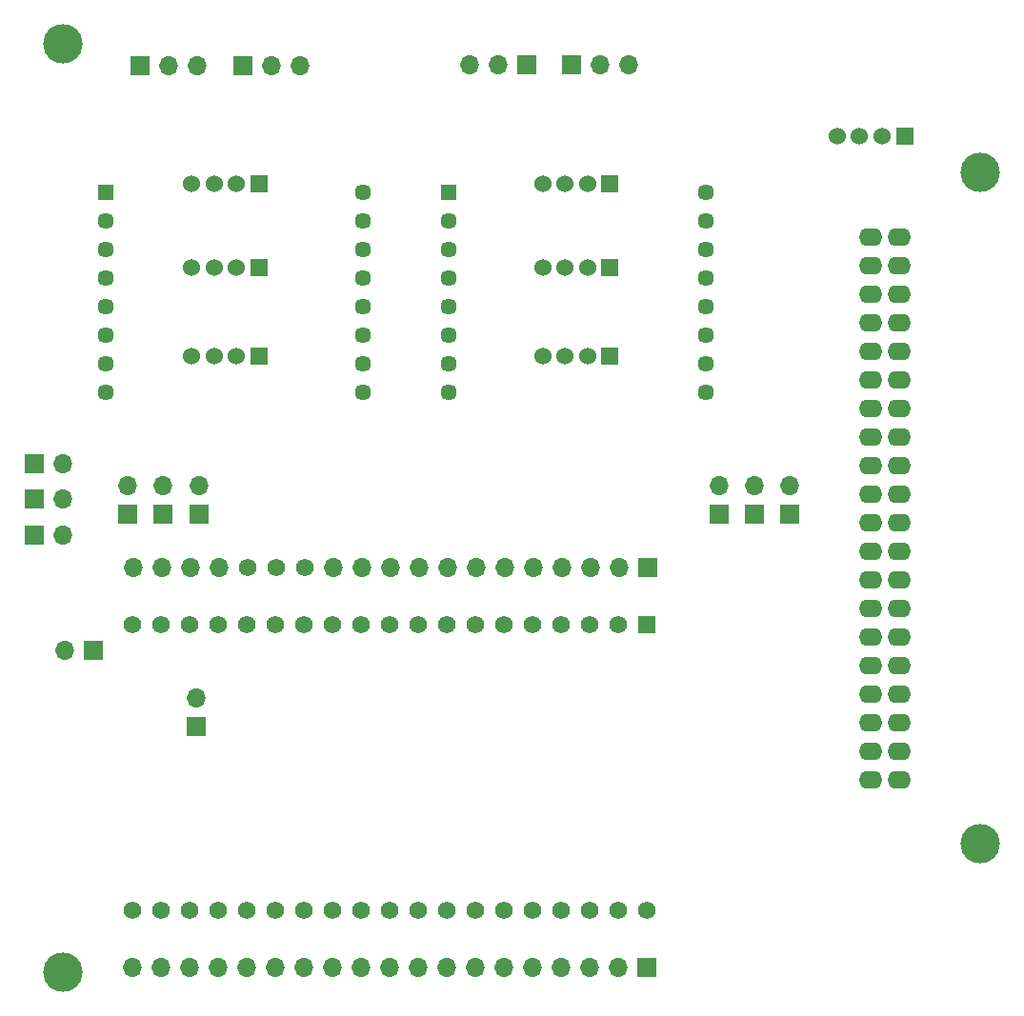
<source format=gbr>
%TF.GenerationSoftware,KiCad,Pcbnew,7.0.5-7.0.5~ubuntu22.04.1*%
%TF.CreationDate,2023-07-21T12:32:22+02:00*%
%TF.ProjectId,Board_ESP_MikroBus_V1,426f6172-645f-4455-9350-5f4d696b726f,rev?*%
%TF.SameCoordinates,Original*%
%TF.FileFunction,Soldermask,Bot*%
%TF.FilePolarity,Negative*%
%FSLAX46Y46*%
G04 Gerber Fmt 4.6, Leading zero omitted, Abs format (unit mm)*
G04 Created by KiCad (PCBNEW 7.0.5-7.0.5~ubuntu22.04.1) date 2023-07-21 12:32:22*
%MOMM*%
%LPD*%
G01*
G04 APERTURE LIST*
%ADD10R,1.445000X1.445000*%
%ADD11C,1.445000*%
%ADD12R,1.700000X1.700000*%
%ADD13O,1.700000X1.700000*%
%ADD14C,1.560000*%
%ADD15R,1.524000X1.524000*%
%ADD16C,1.524000*%
%ADD17C,3.500000*%
%ADD18O,2.100000X1.600000*%
%ADD19R,1.560000X1.560000*%
G04 APERTURE END LIST*
D10*
%TO.C,MiKroBus_0*%
X55697200Y-32890000D03*
D11*
X55697200Y-35430000D03*
X55697200Y-37970000D03*
X55697200Y-40510000D03*
X55697200Y-43050000D03*
X55697200Y-45590000D03*
X55697200Y-48130000D03*
X55697200Y-50670000D03*
X78557200Y-32890000D03*
X78557200Y-35430000D03*
X78557200Y-37970000D03*
X78557200Y-40510000D03*
X78557200Y-43050000D03*
X78557200Y-45590000D03*
X78557200Y-48130000D03*
X78557200Y-50670000D03*
%TD*%
D12*
%TO.C,J1*%
X73404600Y-66217800D03*
D13*
X70864600Y-66217800D03*
X68324600Y-66217800D03*
X65784600Y-66217800D03*
X63244600Y-66217800D03*
X60704600Y-66217800D03*
X58164600Y-66217800D03*
X55624600Y-66217800D03*
X53084600Y-66217800D03*
X50544600Y-66217800D03*
X48004600Y-66217800D03*
X45464600Y-66217800D03*
D14*
X42924600Y-66217800D03*
X40384600Y-66217800D03*
X37844600Y-66217800D03*
D13*
X35304600Y-66217800D03*
X32764600Y-66217800D03*
X30224600Y-66217800D03*
X27684600Y-66217800D03*
%TD*%
D12*
%TO.C,5V2*%
X18876549Y-60149839D03*
D13*
X21416549Y-60149839D03*
%TD*%
D12*
%TO.C,5V3*%
X18876549Y-57000239D03*
D13*
X21416549Y-57000239D03*
%TD*%
D15*
%TO.C,I2C5*%
X38869200Y-47498000D03*
D16*
X36869200Y-47498000D03*
X34869200Y-47498000D03*
X32869200Y-47498000D03*
%TD*%
D17*
%TO.C,REF\u002A\u002A*%
X21458000Y-19685000D03*
%TD*%
D12*
%TO.C,3.4*%
X79739949Y-61475639D03*
D13*
X79739949Y-58935639D03*
%TD*%
D12*
%TO.C,Jmp_Tx1*%
X37409200Y-21618400D03*
D13*
X39949200Y-21618400D03*
X42489200Y-21618400D03*
%TD*%
D18*
%TO.C,J3*%
X95759922Y-85137405D03*
X93219922Y-85137405D03*
X95759922Y-82597405D03*
X93219922Y-82597405D03*
X95759922Y-80057405D03*
X93219922Y-80057405D03*
X95759922Y-77517405D03*
X93219922Y-77517405D03*
X95759922Y-74977405D03*
X93219922Y-74977405D03*
X95759922Y-72437405D03*
X93219922Y-72437405D03*
X95759922Y-69897405D03*
X93219922Y-69897405D03*
X95759922Y-67357405D03*
X93219922Y-67357405D03*
X95759922Y-64817405D03*
X93219922Y-64817405D03*
X95759922Y-62277405D03*
X93219922Y-62277405D03*
X95759922Y-59737405D03*
X93219922Y-59737405D03*
X95759922Y-57197405D03*
X93219922Y-57197405D03*
X95759922Y-54657405D03*
X93219922Y-54657405D03*
X95759922Y-52117405D03*
X93219922Y-52117405D03*
X95759922Y-49577405D03*
X93219922Y-49577405D03*
X95759922Y-47037405D03*
X93219922Y-47037405D03*
X95759922Y-44497405D03*
X93219922Y-44497405D03*
X95759922Y-41957405D03*
X93219922Y-41957405D03*
X95759922Y-39417405D03*
X93219922Y-39417405D03*
X95759922Y-36877405D03*
X93219922Y-36877405D03*
%TD*%
D15*
%TO.C,I2C2*%
X70079200Y-39624000D03*
D16*
X68079200Y-39624000D03*
X66079200Y-39624000D03*
X64079200Y-39624000D03*
%TD*%
D12*
%TO.C,3.6*%
X86039149Y-61475639D03*
D13*
X86039149Y-58935639D03*
%TD*%
D12*
%TO.C,3.1*%
X27210000Y-61475639D03*
D13*
X27210000Y-58935639D03*
%TD*%
D15*
%TO.C,I2C3*%
X70079200Y-32131000D03*
D16*
X68079200Y-32131000D03*
X66079200Y-32131000D03*
X64079200Y-32131000D03*
%TD*%
D10*
%TO.C,MiKroBus_1*%
X25217200Y-32890000D03*
D11*
X25217200Y-35430000D03*
X25217200Y-37970000D03*
X25217200Y-40510000D03*
X25217200Y-43050000D03*
X25217200Y-45590000D03*
X25217200Y-48130000D03*
X25217200Y-50670000D03*
X48077200Y-32890000D03*
X48077200Y-35430000D03*
X48077200Y-37970000D03*
X48077200Y-40510000D03*
X48077200Y-43050000D03*
X48077200Y-45590000D03*
X48077200Y-48130000D03*
X48077200Y-50670000D03*
%TD*%
D17*
%TO.C,REF\u002A\u002A*%
X21458000Y-102235000D03*
%TD*%
D15*
%TO.C,UART0*%
X38869200Y-32131000D03*
D16*
X36869200Y-32131000D03*
X34869200Y-32131000D03*
X32869200Y-32131000D03*
%TD*%
D12*
%TO.C,JP1*%
X33318400Y-80370600D03*
D13*
X33318400Y-77830600D03*
%TD*%
D12*
%TO.C,3.5*%
X82889549Y-61475639D03*
D13*
X82889549Y-58935639D03*
%TD*%
D15*
%TO.C,IO_32/33*%
X96244964Y-27902006D03*
D16*
X94244964Y-27902006D03*
X92244964Y-27902006D03*
X90244964Y-27902006D03*
%TD*%
D12*
%TO.C,Jmp_Rx1*%
X28265200Y-21618400D03*
D13*
X30805200Y-21618400D03*
X33345200Y-21618400D03*
%TD*%
D17*
%TO.C,REF\u002A\u002A*%
X102992000Y-31115000D03*
%TD*%
D19*
%TO.C,U1*%
X73352600Y-71297800D03*
D14*
X70812600Y-71297800D03*
X68272600Y-71297800D03*
X65732600Y-71297800D03*
X63192600Y-71297800D03*
X60652600Y-71297800D03*
X58112600Y-71297800D03*
X55572600Y-71297800D03*
X53032600Y-71297800D03*
X50492600Y-71297800D03*
X47952600Y-71297800D03*
X45412600Y-71297800D03*
X42872600Y-71297800D03*
X40332600Y-71297800D03*
X37792600Y-71297800D03*
X35252600Y-71297800D03*
X32712600Y-71297800D03*
X30172600Y-71297800D03*
X27632600Y-71297800D03*
X73352600Y-96697800D03*
X70812600Y-96697800D03*
X68272600Y-96697800D03*
X65732600Y-96697800D03*
X63192600Y-96697800D03*
X60652600Y-96697800D03*
X58112600Y-96697800D03*
X55572600Y-96697800D03*
X53032600Y-96697800D03*
X50492600Y-96697800D03*
X47952600Y-96697800D03*
X45412600Y-96697800D03*
X42872600Y-96697800D03*
X40332600Y-96697800D03*
X37792600Y-96697800D03*
X35252600Y-96697800D03*
X32712600Y-96697800D03*
X30172600Y-96697800D03*
X27632600Y-96697800D03*
%TD*%
D12*
%TO.C,J2*%
X73367936Y-101799375D03*
D13*
X70827936Y-101799375D03*
X68287936Y-101799375D03*
X65747936Y-101799375D03*
X63207936Y-101799375D03*
X60667936Y-101799375D03*
X58127936Y-101799375D03*
X55587936Y-101799375D03*
X53047936Y-101799375D03*
X50507936Y-101799375D03*
X47967936Y-101799375D03*
X45427936Y-101799375D03*
X42887936Y-101799375D03*
X40347936Y-101799375D03*
X37807936Y-101799375D03*
X35267936Y-101799375D03*
X32727936Y-101799375D03*
X30187936Y-101799375D03*
X27647936Y-101799375D03*
%TD*%
D12*
%TO.C,5V1*%
X18871549Y-63350239D03*
D13*
X21411549Y-63350239D03*
%TD*%
D12*
%TO.C,C1*%
X24133600Y-73583800D03*
D13*
X21593600Y-73583800D03*
%TD*%
D15*
%TO.C,I2C4*%
X38869200Y-39624000D03*
D16*
X36869200Y-39624000D03*
X34869200Y-39624000D03*
X32869200Y-39624000D03*
%TD*%
D12*
%TO.C,Jmp_Rx2*%
X66614200Y-21570400D03*
D13*
X69154200Y-21570400D03*
X71694200Y-21570400D03*
%TD*%
D12*
%TO.C,3.3*%
X33560000Y-61475639D03*
D13*
X33560000Y-58935639D03*
%TD*%
D15*
%TO.C,I2C1*%
X70079200Y-47498000D03*
D16*
X68079200Y-47498000D03*
X66079200Y-47498000D03*
X64079200Y-47498000D03*
%TD*%
D17*
%TO.C,REF\u002A\u002A*%
X102992000Y-90805000D03*
%TD*%
D12*
%TO.C,3.2*%
X30359600Y-61475639D03*
D13*
X30359600Y-58935639D03*
%TD*%
D12*
%TO.C,Jmp_Tx2*%
X62694200Y-21570400D03*
D13*
X60154200Y-21570400D03*
X57614200Y-21570400D03*
%TD*%
M02*

</source>
